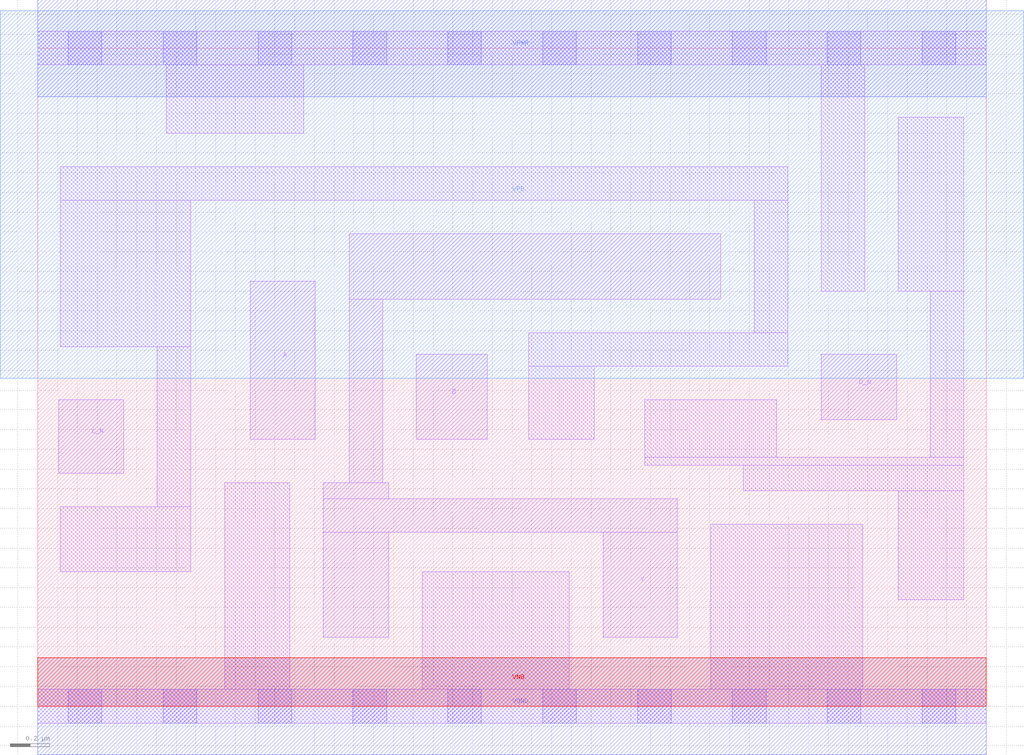
<source format=lef>
# Copyright 2020 The SkyWater PDK Authors
#
# Licensed under the Apache License, Version 2.0 (the "License");
# you may not use this file except in compliance with the License.
# You may obtain a copy of the License at
#
#     https://www.apache.org/licenses/LICENSE-2.0
#
# Unless required by applicable law or agreed to in writing, software
# distributed under the License is distributed on an "AS IS" BASIS,
# WITHOUT WARRANTIES OR CONDITIONS OF ANY KIND, either express or implied.
# See the License for the specific language governing permissions and
# limitations under the License.
#
# SPDX-License-Identifier: Apache-2.0

VERSION 5.7 ;
  NOWIREEXTENSIONATPIN ON ;
  DIVIDERCHAR "/" ;
  BUSBITCHARS "[]" ;
MACRO sky130_fd_sc_ls__nor4bb_1
  CLASS CORE ;
  FOREIGN sky130_fd_sc_ls__nor4bb_1 ;
  ORIGIN  0.000000  0.000000 ;
  SIZE  4.800000 BY  3.330000 ;
  SYMMETRY X Y ;
  SITE unit ;
  PIN A
    ANTENNAGATEAREA  0.279000 ;
    DIRECTION INPUT ;
    USE SIGNAL ;
    PORT
      LAYER li1 ;
        RECT 1.075000 1.350000 1.405000 2.150000 ;
    END
  END A
  PIN B
    ANTENNAGATEAREA  0.279000 ;
    DIRECTION INPUT ;
    USE SIGNAL ;
    PORT
      LAYER li1 ;
        RECT 1.915000 1.350000 2.275000 1.780000 ;
    END
  END B
  PIN C_N
    ANTENNAGATEAREA  0.208500 ;
    DIRECTION INPUT ;
    USE SIGNAL ;
    PORT
      LAYER li1 ;
        RECT 0.105000 1.180000 0.435000 1.550000 ;
    END
  END C_N
  PIN D_N
    ANTENNAGATEAREA  0.208500 ;
    DIRECTION INPUT ;
    USE SIGNAL ;
    PORT
      LAYER li1 ;
        RECT 3.965000 1.450000 4.345000 1.780000 ;
    END
  END D_N
  PIN Y
    ANTENNADIFFAREA  0.848400 ;
    DIRECTION OUTPUT ;
    USE SIGNAL ;
    PORT
      LAYER li1 ;
        RECT 1.445000 0.350000 1.775000 0.880000 ;
        RECT 1.445000 0.880000 3.235000 1.050000 ;
        RECT 1.445000 1.050000 1.775000 1.130000 ;
        RECT 1.575000 1.130000 1.745000 2.060000 ;
        RECT 1.575000 2.060000 3.455000 2.390000 ;
        RECT 2.860000 0.350000 3.235000 0.880000 ;
    END
  END Y
  PIN VGND
    DIRECTION INOUT ;
    SHAPE ABUTMENT ;
    USE GROUND ;
    PORT
      LAYER met1 ;
        RECT 0.000000 -0.245000 4.800000 0.245000 ;
    END
  END VGND
  PIN VNB
    DIRECTION INOUT ;
    USE GROUND ;
    PORT
      LAYER pwell ;
        RECT 0.000000 0.000000 4.800000 0.245000 ;
    END
  END VNB
  PIN VPB
    DIRECTION INOUT ;
    USE POWER ;
    PORT
      LAYER nwell ;
        RECT -0.190000 1.660000 4.990000 3.520000 ;
    END
  END VPB
  PIN VPWR
    DIRECTION INOUT ;
    SHAPE ABUTMENT ;
    USE POWER ;
    PORT
      LAYER met1 ;
        RECT 0.000000 3.085000 4.800000 3.575000 ;
    END
  END VPWR
  OBS
    LAYER li1 ;
      RECT 0.000000 -0.085000 4.800000 0.085000 ;
      RECT 0.000000  3.245000 4.800000 3.415000 ;
      RECT 0.115000  0.680000 0.775000 1.010000 ;
      RECT 0.115000  1.820000 0.775000 2.560000 ;
      RECT 0.115000  2.560000 3.795000 2.730000 ;
      RECT 0.605000  1.010000 0.775000 1.820000 ;
      RECT 0.650000  2.900000 1.345000 3.245000 ;
      RECT 0.945000  0.085000 1.275000 1.130000 ;
      RECT 1.945000  0.085000 2.690000 0.680000 ;
      RECT 2.485000  1.350000 2.815000 1.720000 ;
      RECT 2.485000  1.720000 3.795000 1.890000 ;
      RECT 3.070000  1.220000 4.685000 1.260000 ;
      RECT 3.070000  1.260000 3.740000 1.550000 ;
      RECT 3.405000  0.085000 4.175000 0.920000 ;
      RECT 3.570000  1.090000 4.685000 1.220000 ;
      RECT 3.625000  1.890000 3.795000 2.560000 ;
      RECT 3.965000  2.100000 4.185000 3.245000 ;
      RECT 4.355000  0.540000 4.685000 1.090000 ;
      RECT 4.355000  2.100000 4.685000 2.980000 ;
      RECT 4.515000  1.260000 4.685000 2.100000 ;
    LAYER mcon ;
      RECT 0.155000 -0.085000 0.325000 0.085000 ;
      RECT 0.155000  3.245000 0.325000 3.415000 ;
      RECT 0.635000 -0.085000 0.805000 0.085000 ;
      RECT 0.635000  3.245000 0.805000 3.415000 ;
      RECT 1.115000 -0.085000 1.285000 0.085000 ;
      RECT 1.115000  3.245000 1.285000 3.415000 ;
      RECT 1.595000 -0.085000 1.765000 0.085000 ;
      RECT 1.595000  3.245000 1.765000 3.415000 ;
      RECT 2.075000 -0.085000 2.245000 0.085000 ;
      RECT 2.075000  3.245000 2.245000 3.415000 ;
      RECT 2.555000 -0.085000 2.725000 0.085000 ;
      RECT 2.555000  3.245000 2.725000 3.415000 ;
      RECT 3.035000 -0.085000 3.205000 0.085000 ;
      RECT 3.035000  3.245000 3.205000 3.415000 ;
      RECT 3.515000 -0.085000 3.685000 0.085000 ;
      RECT 3.515000  3.245000 3.685000 3.415000 ;
      RECT 3.995000 -0.085000 4.165000 0.085000 ;
      RECT 3.995000  3.245000 4.165000 3.415000 ;
      RECT 4.475000 -0.085000 4.645000 0.085000 ;
      RECT 4.475000  3.245000 4.645000 3.415000 ;
  END
END sky130_fd_sc_ls__nor4bb_1
END LIBRARY

</source>
